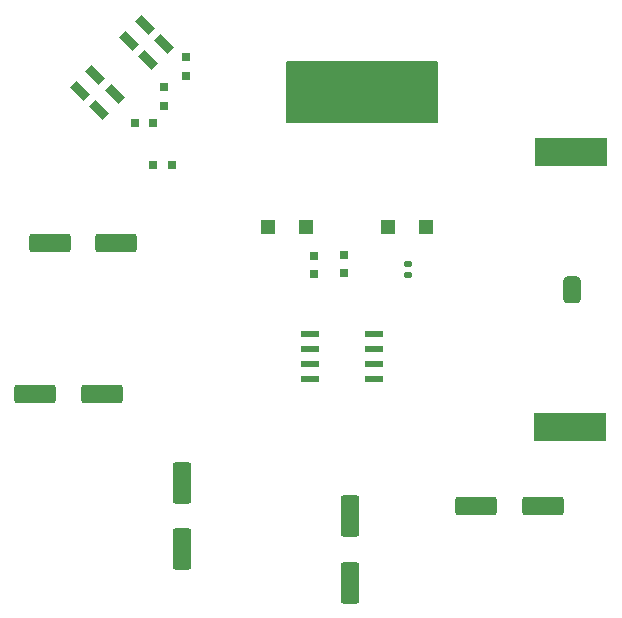
<source format=gbr>
%TF.GenerationSoftware,KiCad,Pcbnew,(6.0.5)*%
%TF.CreationDate,2023-06-02T13:35:43-04:00*%
%TF.ProjectId,Robocat Pin,526f626f-6361-4742-9050-696e2e6b6963,rev?*%
%TF.SameCoordinates,Original*%
%TF.FileFunction,Soldermask,Bot*%
%TF.FilePolarity,Negative*%
%FSLAX46Y46*%
G04 Gerber Fmt 4.6, Leading zero omitted, Abs format (unit mm)*
G04 Created by KiCad (PCBNEW (6.0.5)) date 2023-06-02 13:35:43*
%MOMM*%
%LPD*%
G01*
G04 APERTURE LIST*
G04 Aperture macros list*
%AMRoundRect*
0 Rectangle with rounded corners*
0 $1 Rounding radius*
0 $2 $3 $4 $5 $6 $7 $8 $9 X,Y pos of 4 corners*
0 Add a 4 corners polygon primitive as box body*
4,1,4,$2,$3,$4,$5,$6,$7,$8,$9,$2,$3,0*
0 Add four circle primitives for the rounded corners*
1,1,$1+$1,$2,$3*
1,1,$1+$1,$4,$5*
1,1,$1+$1,$6,$7*
1,1,$1+$1,$8,$9*
0 Add four rect primitives between the rounded corners*
20,1,$1+$1,$2,$3,$4,$5,0*
20,1,$1+$1,$4,$5,$6,$7,0*
20,1,$1+$1,$6,$7,$8,$9,0*
20,1,$1+$1,$8,$9,$2,$3,0*%
%AMRotRect*
0 Rectangle, with rotation*
0 The origin of the aperture is its center*
0 $1 length*
0 $2 width*
0 $3 Rotation angle, in degrees counterclockwise*
0 Add horizontal line*
21,1,$1,$2,0,0,$3*%
G04 Aperture macros list end*
%ADD10C,0.150000*%
%ADD11RoundRect,0.140000X-0.170000X0.140000X-0.170000X-0.140000X0.170000X-0.140000X0.170000X0.140000X0*%
%ADD12R,1.550000X0.600000*%
%ADD13RoundRect,0.250000X-1.500000X-0.550000X1.500000X-0.550000X1.500000X0.550000X-1.500000X0.550000X0*%
%ADD14R,0.800000X0.650000*%
%ADD15R,0.650000X0.800000*%
%ADD16RoundRect,0.250000X1.500000X0.550000X-1.500000X0.550000X-1.500000X-0.550000X1.500000X-0.550000X0*%
%ADD17R,1.151300X1.250000*%
%ADD18RoundRect,0.381000X-0.381000X0.762000X-0.381000X-0.762000X0.381000X-0.762000X0.381000X0.762000X0*%
%ADD19R,6.100000X2.400000*%
%ADD20RoundRect,0.250000X0.550000X-1.500000X0.550000X1.500000X-0.550000X1.500000X-0.550000X-1.500000X0*%
%ADD21RotRect,0.800000X1.600000X45.000000*%
G04 APERTURE END LIST*
D10*
X47625000Y-38735000D02*
X60325000Y-38735000D01*
X60325000Y-38735000D02*
X60325000Y-33655000D01*
X60325000Y-33655000D02*
X47625000Y-33655000D01*
X47625000Y-33655000D02*
X47625000Y-38735000D01*
G36*
X47625000Y-38735000D02*
G01*
X60325000Y-38735000D01*
X60325000Y-33655000D01*
X47625000Y-33655000D01*
X47625000Y-38735000D01*
G37*
D11*
%TO.C,C1*%
X57861200Y-50751800D03*
X57861200Y-51711800D03*
%TD*%
D12*
%TO.C,U1*%
X49547800Y-60477400D03*
X49547800Y-59207400D03*
X49547800Y-57937400D03*
X49547800Y-56667400D03*
X54947800Y-56667400D03*
X54947800Y-57937400D03*
X54947800Y-59207400D03*
X54947800Y-60477400D03*
%TD*%
D13*
%TO.C,C4*%
X27502200Y-48971200D03*
X33102200Y-48971200D03*
%TD*%
D14*
%TO.C,R5*%
X49885600Y-51600400D03*
X49885600Y-50050400D03*
%TD*%
%TO.C,R3*%
X39020782Y-33245464D03*
X39020782Y-34795464D03*
%TD*%
%TO.C,R2*%
X37191982Y-35810864D03*
X37191982Y-37360864D03*
%TD*%
D15*
%TO.C,R1*%
X36289982Y-42351664D03*
X37839982Y-42351664D03*
%TD*%
D16*
%TO.C,C6*%
X69246400Y-71247000D03*
X63646400Y-71247000D03*
%TD*%
D17*
%TO.C,D1*%
X49250650Y-47625000D03*
X45999350Y-47625000D03*
%TD*%
D15*
%TO.C,R4*%
X34725382Y-38795664D03*
X36275382Y-38795664D03*
%TD*%
D18*
%TO.C,BT1*%
X71691800Y-52954400D03*
D19*
X71678800Y-41300400D03*
X71551800Y-64541400D03*
%TD*%
D13*
%TO.C,C5*%
X26308400Y-61798200D03*
X31908400Y-61798200D03*
%TD*%
D20*
%TO.C,C2*%
X38709600Y-74910600D03*
X38709600Y-69310600D03*
%TD*%
D14*
%TO.C,R6*%
X52400200Y-51524200D03*
X52400200Y-49974200D03*
%TD*%
D20*
%TO.C,C3*%
X52959000Y-77730000D03*
X52959000Y-72130000D03*
%TD*%
D21*
%TO.C,SW1*%
X30037498Y-36087856D03*
X31384536Y-34740818D03*
X34258218Y-31867136D03*
X35605256Y-30520098D03*
X37221702Y-32136544D03*
X35874664Y-33483582D03*
X33000982Y-36357264D03*
X31653944Y-37704302D03*
%TD*%
D17*
%TO.C,D2*%
X59395410Y-47625000D03*
X56144110Y-47625000D03*
%TD*%
M02*

</source>
